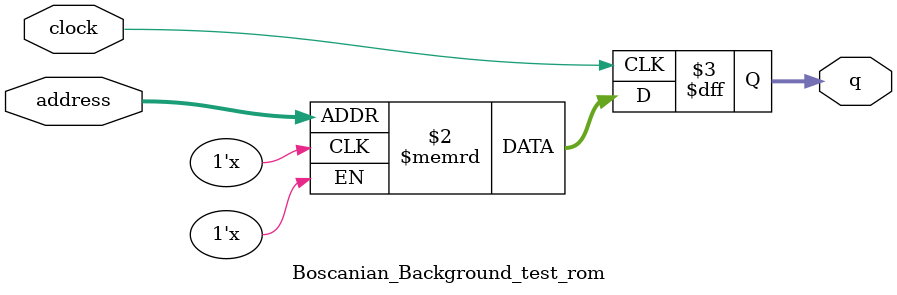
<source format=sv>
module Boscanian_Background_test_rom (
	input logic clock,
	input logic [18:0] address,
	output logic [1:0] q
);

logic [1:0] memory [0:307199] /* synthesis ram_init_file = "./Boscanian_Background_test/Boscanian_Background_test.mif" */;

always_ff @ (posedge clock) begin
	q <= memory[address];
end

endmodule

</source>
